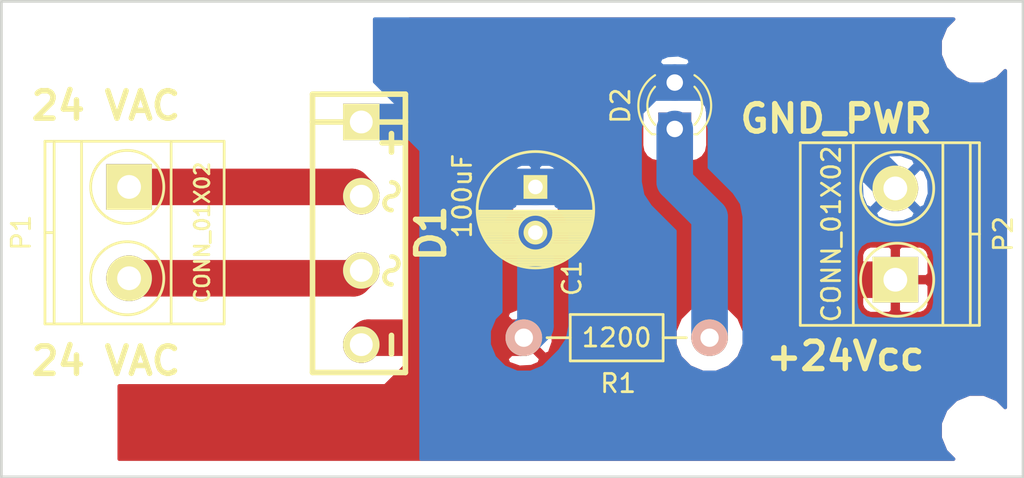
<source format=kicad_pcb>
(kicad_pcb (version 4) (host pcbnew 4.0.4-stable)

  (general
    (links 9)
    (no_connects 0)
    (area 109.522857 90.14 180.037143 120.145)
    (thickness 1.6)
    (drawings 8)
    (tracks 23)
    (zones 0)
    (modules 10)
    (nets 6)
  )

  (page A4)
  (layers
    (0 F.Cu signal hide)
    (31 B.Cu signal hide)
    (32 B.Adhes user)
    (33 F.Adhes user)
    (34 B.Paste user)
    (35 F.Paste user)
    (36 B.SilkS user)
    (37 F.SilkS user)
    (38 B.Mask user)
    (39 F.Mask user)
    (40 Dwgs.User user)
    (41 Cmts.User user)
    (42 Eco1.User user)
    (43 Eco2.User user)
    (44 Edge.Cuts user)
    (45 Margin user)
    (46 B.CrtYd user)
    (47 F.CrtYd user)
    (48 B.Fab user)
    (49 F.Fab user)
  )

  (setup
    (last_trace_width 2)
    (trace_clearance 0.5)
    (zone_clearance 0.8)
    (zone_45_only no)
    (trace_min 0.2)
    (segment_width 0.2)
    (edge_width 0.15)
    (via_size 1)
    (via_drill 0.6)
    (via_min_size 0.4)
    (via_min_drill 0.3)
    (uvia_size 0.3)
    (uvia_drill 0.1)
    (uvias_allowed no)
    (uvia_min_size 0.2)
    (uvia_min_drill 0.1)
    (pcb_text_width 0.3)
    (pcb_text_size 1.5 1.5)
    (mod_edge_width 0.15)
    (mod_text_size 1 1)
    (mod_text_width 0.15)
    (pad_size 1.524 1.524)
    (pad_drill 0.762)
    (pad_to_mask_clearance 0.2)
    (aux_axis_origin 0 0)
    (visible_elements 7FFFFFFF)
    (pcbplotparams
      (layerselection 0x3ffff_80000001)
      (usegerberextensions false)
      (excludeedgelayer true)
      (linewidth 0.100000)
      (plotframeref false)
      (viasonmask false)
      (mode 1)
      (useauxorigin false)
      (hpglpennumber 1)
      (hpglpenspeed 20)
      (hpglpendiameter 15)
      (hpglpenoverlay 2)
      (psnegative false)
      (psa4output false)
      (plotreference true)
      (plotvalue true)
      (plotinvisibletext false)
      (padsonsilk false)
      (subtractmaskfromsilk false)
      (outputformat 1)
      (mirror false)
      (drillshape 0)
      (scaleselection 1)
      (outputdirectory "C:/Users/Eduardo Hernandez/Documents/PCBs/Rectificador/Gerbers/"))
  )

  (net 0 "")
  (net 1 GNDPWR)
  (net 2 +24V)
  (net 3 "Net-(D1-Pad3)")
  (net 4 "Net-(D2-Pad1)")
  (net 5 "Net-(D1-Pad2)")

  (net_class Default "Este es el tipo de red por defecto."
    (clearance 0.5)
    (trace_width 2)
    (via_dia 1)
    (via_drill 0.6)
    (uvia_dia 0.3)
    (uvia_drill 0.1)
    (add_net +24V)
    (add_net GNDPWR)
    (add_net "Net-(D1-Pad2)")
    (add_net "Net-(D1-Pad3)")
    (add_net "Net-(D2-Pad1)")
  )

  (module Capacitors_ThroughHole:C_Radial_D6.3_L11.2_P2.5 (layer F.Cu) (tedit 57D85720) (tstamp 57D851EA)
    (at 146.05 102.235 270)
    (descr "Radial Electrolytic Capacitor, Diameter 6.3mm x Length 11.2mm, Pitch 2.5mm")
    (tags "Electrolytic Capacitor")
    (path /57D84760)
    (fp_text reference C1 (at 5 -2 270) (layer F.SilkS)
      (effects (font (size 1 1) (thickness 0.15)))
    )
    (fp_text value 100uF (at 0.5 4 270) (layer F.SilkS)
      (effects (font (size 1 1) (thickness 0.15)))
    )
    (fp_line (start 1.325 -3.149) (end 1.325 3.149) (layer F.SilkS) (width 0.15))
    (fp_line (start 1.465 -3.143) (end 1.465 3.143) (layer F.SilkS) (width 0.15))
    (fp_line (start 1.605 -3.13) (end 1.605 -0.446) (layer F.SilkS) (width 0.15))
    (fp_line (start 1.605 0.446) (end 1.605 3.13) (layer F.SilkS) (width 0.15))
    (fp_line (start 1.745 -3.111) (end 1.745 -0.656) (layer F.SilkS) (width 0.15))
    (fp_line (start 1.745 0.656) (end 1.745 3.111) (layer F.SilkS) (width 0.15))
    (fp_line (start 1.885 -3.085) (end 1.885 -0.789) (layer F.SilkS) (width 0.15))
    (fp_line (start 1.885 0.789) (end 1.885 3.085) (layer F.SilkS) (width 0.15))
    (fp_line (start 2.025 -3.053) (end 2.025 -0.88) (layer F.SilkS) (width 0.15))
    (fp_line (start 2.025 0.88) (end 2.025 3.053) (layer F.SilkS) (width 0.15))
    (fp_line (start 2.165 -3.014) (end 2.165 -0.942) (layer F.SilkS) (width 0.15))
    (fp_line (start 2.165 0.942) (end 2.165 3.014) (layer F.SilkS) (width 0.15))
    (fp_line (start 2.305 -2.968) (end 2.305 -0.981) (layer F.SilkS) (width 0.15))
    (fp_line (start 2.305 0.981) (end 2.305 2.968) (layer F.SilkS) (width 0.15))
    (fp_line (start 2.445 -2.915) (end 2.445 -0.998) (layer F.SilkS) (width 0.15))
    (fp_line (start 2.445 0.998) (end 2.445 2.915) (layer F.SilkS) (width 0.15))
    (fp_line (start 2.585 -2.853) (end 2.585 -0.996) (layer F.SilkS) (width 0.15))
    (fp_line (start 2.585 0.996) (end 2.585 2.853) (layer F.SilkS) (width 0.15))
    (fp_line (start 2.725 -2.783) (end 2.725 -0.974) (layer F.SilkS) (width 0.15))
    (fp_line (start 2.725 0.974) (end 2.725 2.783) (layer F.SilkS) (width 0.15))
    (fp_line (start 2.865 -2.704) (end 2.865 -0.931) (layer F.SilkS) (width 0.15))
    (fp_line (start 2.865 0.931) (end 2.865 2.704) (layer F.SilkS) (width 0.15))
    (fp_line (start 3.005 -2.616) (end 3.005 -0.863) (layer F.SilkS) (width 0.15))
    (fp_line (start 3.005 0.863) (end 3.005 2.616) (layer F.SilkS) (width 0.15))
    (fp_line (start 3.145 -2.516) (end 3.145 -0.764) (layer F.SilkS) (width 0.15))
    (fp_line (start 3.145 0.764) (end 3.145 2.516) (layer F.SilkS) (width 0.15))
    (fp_line (start 3.285 -2.404) (end 3.285 -0.619) (layer F.SilkS) (width 0.15))
    (fp_line (start 3.285 0.619) (end 3.285 2.404) (layer F.SilkS) (width 0.15))
    (fp_line (start 3.425 -2.279) (end 3.425 -0.38) (layer F.SilkS) (width 0.15))
    (fp_line (start 3.425 0.38) (end 3.425 2.279) (layer F.SilkS) (width 0.15))
    (fp_line (start 3.565 -2.136) (end 3.565 2.136) (layer F.SilkS) (width 0.15))
    (fp_line (start 3.705 -1.974) (end 3.705 1.974) (layer F.SilkS) (width 0.15))
    (fp_line (start 3.845 -1.786) (end 3.845 1.786) (layer F.SilkS) (width 0.15))
    (fp_line (start 3.985 -1.563) (end 3.985 1.563) (layer F.SilkS) (width 0.15))
    (fp_line (start 4.125 -1.287) (end 4.125 1.287) (layer F.SilkS) (width 0.15))
    (fp_line (start 4.265 -0.912) (end 4.265 0.912) (layer F.SilkS) (width 0.15))
    (fp_circle (center 2.5 0) (end 2.5 -1) (layer F.SilkS) (width 0.15))
    (fp_circle (center 1.25 0) (end 1.25 -3.1875) (layer F.SilkS) (width 0.15))
    (fp_circle (center 1.25 0) (end 1.25 -3.4) (layer F.CrtYd) (width 0.05))
    (pad 2 thru_hole circle (at 2.5 0 270) (size 1.3 1.3) (drill 0.8) (layers *.Cu *.Mask F.SilkS)
      (net 1 GNDPWR))
    (pad 1 thru_hole rect (at 0 0 270) (size 1.3 1.3) (drill 0.8) (layers *.Cu *.Mask F.SilkS)
      (net 2 +24V))
    (model Capacitors_ThroughHole.3dshapes/C_Radial_D6.3_L11.2_P2.5.wrl
      (at (xyz 0 0 0))
      (scale (xyz 1 1 1))
      (rotate (xyz 0 0 0))
    )
  )

  (module w_pth_diodes:bridge_2KBP (layer F.Cu) (tedit 57D85700) (tstamp 57D851F2)
    (at 136.525 104.775 270)
    (descr "diode bridge, 2KBP series")
    (path /57D84761)
    (fp_text reference D1 (at 0 -3.81 270) (layer F.SilkS)
      (effects (font (thickness 0.3048)))
    )
    (fp_text value KPB206 (at 0.5 2 270) (layer F.SilkS) hide
      (effects (font (size 0.6 0.6) (thickness 0.15)))
    )
    (fp_line (start 6.604 -1.651) (end 5.588 -1.651) (layer F.SilkS) (width 0.3048))
    (fp_line (start -4.445 -1.651) (end -5.461 -1.651) (layer F.SilkS) (width 0.3048))
    (fp_line (start -4.953 -2.159) (end -4.953 -1.143) (layer F.SilkS) (width 0.3048))
    (fp_line (start -6.096 -2.413) (end -6.096 2.667) (layer F.SilkS) (width 0.3048))
    (fp_line (start 7.62 2.667) (end -7.62 2.667) (layer F.SilkS) (width 0.3048))
    (fp_line (start -7.62 2.667) (end -7.62 -2.413) (layer F.SilkS) (width 0.3048))
    (fp_line (start -7.62 -2.413) (end 7.62 -2.413) (layer F.SilkS) (width 0.3048))
    (fp_line (start 7.62 -2.413) (end 7.62 2.667) (layer F.SilkS) (width 0.3048))
    (fp_arc (start -2.413 -1.651) (end -2.413 -2.032) (angle 90) (layer F.SilkS) (width 0.254))
    (fp_arc (start -2.413 -1.651) (end -2.794 -1.651) (angle 90) (layer F.SilkS) (width 0.254))
    (fp_arc (start -1.651 -1.651) (end -1.651 -1.27) (angle 90) (layer F.SilkS) (width 0.254))
    (fp_arc (start -1.651 -1.651) (end -1.27 -1.651) (angle 90) (layer F.SilkS) (width 0.254))
    (fp_arc (start 2.413 -1.651) (end 2.794 -1.651) (angle 90) (layer F.SilkS) (width 0.254))
    (fp_arc (start 2.413 -1.651) (end 2.413 -1.27) (angle 90) (layer F.SilkS) (width 0.254))
    (fp_arc (start 1.651 -1.651) (end 1.27 -1.651) (angle 90) (layer F.SilkS) (width 0.254))
    (fp_arc (start 1.651 -1.651) (end 1.651 -2.032) (angle 90) (layer F.SilkS) (width 0.254))
    (pad 1 thru_hole rect (at -6.096 0 270) (size 1.99898 1.99898) (drill 1.24968) (layers *.Cu *.Mask F.SilkS)
      (net 2 +24V))
    (pad 2 thru_hole circle (at -2.032 0 270) (size 1.99898 1.99898) (drill 1.24968) (layers *.Cu *.Mask F.SilkS)
      (net 5 "Net-(D1-Pad2)"))
    (pad 3 thru_hole circle (at 2.032 0 270) (size 1.99898 1.99898) (drill 1.24968) (layers *.Cu *.Mask F.SilkS)
      (net 3 "Net-(D1-Pad3)"))
    (pad 4 thru_hole circle (at 6.096 0 270) (size 1.99898 1.99898) (drill 1.24968) (layers *.Cu *.Mask F.SilkS)
      (net 1 GNDPWR))
    (model walter/pth_diodes/db_2KBP.wrl
      (at (xyz 0 0 0))
      (scale (xyz 1 1 1))
      (rotate (xyz 0 0 0))
    )
  )

  (module Terminal_Blocks:TerminalBlock_Pheonix_MKDS1.5-2pol (layer F.Cu) (tedit 57D8570E) (tstamp 57D851FE)
    (at 123.825 102.235 270)
    (descr "2-way 5mm pitch terminal block, Phoenix MKDS series")
    (path /57D8475F)
    (fp_text reference P1 (at 2.5 5.9 270) (layer F.SilkS)
      (effects (font (size 1 1) (thickness 0.15)))
    )
    (fp_text value CONN_01X02 (at 2.5 -4 270) (layer F.SilkS)
      (effects (font (size 0.8 0.8) (thickness 0.15)))
    )
    (fp_line (start -2.7 -5.4) (end 7.7 -5.4) (layer F.CrtYd) (width 0.05))
    (fp_line (start -2.7 4.8) (end -2.7 -5.4) (layer F.CrtYd) (width 0.05))
    (fp_line (start 7.7 4.8) (end -2.7 4.8) (layer F.CrtYd) (width 0.05))
    (fp_line (start 7.7 -5.4) (end 7.7 4.8) (layer F.CrtYd) (width 0.05))
    (fp_line (start 2.5 4.1) (end 2.5 4.6) (layer F.SilkS) (width 0.15))
    (fp_circle (center 5 0.1) (end 3 0.1) (layer F.SilkS) (width 0.15))
    (fp_circle (center 0 0.1) (end 2 0.1) (layer F.SilkS) (width 0.15))
    (fp_line (start -2.5 2.6) (end 7.5 2.6) (layer F.SilkS) (width 0.15))
    (fp_line (start -2.5 -2.3) (end 7.5 -2.3) (layer F.SilkS) (width 0.15))
    (fp_line (start -2.5 4.1) (end 7.5 4.1) (layer F.SilkS) (width 0.15))
    (fp_line (start -2.5 4.6) (end 7.5 4.6) (layer F.SilkS) (width 0.15))
    (fp_line (start 7.5 4.6) (end 7.5 -5.2) (layer F.SilkS) (width 0.15))
    (fp_line (start 7.5 -5.2) (end -2.5 -5.2) (layer F.SilkS) (width 0.15))
    (fp_line (start -2.5 -5.2) (end -2.5 4.6) (layer F.SilkS) (width 0.15))
    (pad 1 thru_hole rect (at 0 0 270) (size 2.5 2.5) (drill 1.3) (layers *.Cu *.Mask F.SilkS)
      (net 5 "Net-(D1-Pad2)"))
    (pad 2 thru_hole circle (at 5 0 270) (size 2.5 2.5) (drill 1.3) (layers *.Cu *.Mask F.SilkS)
      (net 3 "Net-(D1-Pad3)"))
    (model Terminal_Blocks.3dshapes/TerminalBlock_Pheonix_MKDS1.5-2pol.wrl
      (at (xyz 0.0984 0 0))
      (scale (xyz 1 1 1))
      (rotate (xyz 0 0 0))
    )
  )

  (module Terminal_Blocks:TerminalBlock_Pheonix_MKDS1.5-2pol (layer F.Cu) (tedit 57D8573D) (tstamp 57D85204)
    (at 165.735 107.315 90)
    (descr "2-way 5mm pitch terminal block, Phoenix MKDS series")
    (path /57D84759)
    (fp_text reference P2 (at 2.5 5.9 90) (layer F.SilkS)
      (effects (font (size 1 1) (thickness 0.15)))
    )
    (fp_text value CONN_01X02 (at 2.5 -3.5 90) (layer F.SilkS)
      (effects (font (size 1 1) (thickness 0.15)))
    )
    (fp_line (start -2.7 -5.4) (end 7.7 -5.4) (layer F.CrtYd) (width 0.05))
    (fp_line (start -2.7 4.8) (end -2.7 -5.4) (layer F.CrtYd) (width 0.05))
    (fp_line (start 7.7 4.8) (end -2.7 4.8) (layer F.CrtYd) (width 0.05))
    (fp_line (start 7.7 -5.4) (end 7.7 4.8) (layer F.CrtYd) (width 0.05))
    (fp_line (start 2.5 4.1) (end 2.5 4.6) (layer F.SilkS) (width 0.15))
    (fp_circle (center 5 0.1) (end 3 0.1) (layer F.SilkS) (width 0.15))
    (fp_circle (center 0 0.1) (end 2 0.1) (layer F.SilkS) (width 0.15))
    (fp_line (start -2.5 2.6) (end 7.5 2.6) (layer F.SilkS) (width 0.15))
    (fp_line (start -2.5 -2.3) (end 7.5 -2.3) (layer F.SilkS) (width 0.15))
    (fp_line (start -2.5 4.1) (end 7.5 4.1) (layer F.SilkS) (width 0.15))
    (fp_line (start -2.5 4.6) (end 7.5 4.6) (layer F.SilkS) (width 0.15))
    (fp_line (start 7.5 4.6) (end 7.5 -5.2) (layer F.SilkS) (width 0.15))
    (fp_line (start 7.5 -5.2) (end -2.5 -5.2) (layer F.SilkS) (width 0.15))
    (fp_line (start -2.5 -5.2) (end -2.5 4.6) (layer F.SilkS) (width 0.15))
    (pad 1 thru_hole rect (at 0 0 90) (size 2.5 2.5) (drill 1.3) (layers *.Cu *.Mask F.SilkS)
      (net 1 GNDPWR))
    (pad 2 thru_hole circle (at 5 0 90) (size 2.5 2.5) (drill 1.3) (layers *.Cu *.Mask F.SilkS)
      (net 2 +24V))
    (model Terminal_Blocks.3dshapes/TerminalBlock_Pheonix_MKDS1.5-2pol.wrl
      (at (xyz 0.0984 0 0))
      (scale (xyz 1 1 1))
      (rotate (xyz 0 0 0))
    )
  )

  (module Resistors_ThroughHole:Resistor_Horizontal_RM10mm (layer F.Cu) (tedit 57D85717) (tstamp 57D8520A)
    (at 155.575 110.49 180)
    (descr "Resistor, Axial,  RM 10mm, 1/3W")
    (tags "Resistor Axial RM 10mm 1/3W")
    (path /57D85DD4)
    (fp_text reference R1 (at 5 -2.5 180) (layer F.SilkS)
      (effects (font (size 1 1) (thickness 0.15)))
    )
    (fp_text value 1200 (at 5.08 0 180) (layer F.SilkS)
      (effects (font (size 1 1) (thickness 0.15)))
    )
    (fp_line (start -1.25 -1.5) (end 11.4 -1.5) (layer F.CrtYd) (width 0.05))
    (fp_line (start -1.25 1.5) (end -1.25 -1.5) (layer F.CrtYd) (width 0.05))
    (fp_line (start 11.4 -1.5) (end 11.4 1.5) (layer F.CrtYd) (width 0.05))
    (fp_line (start -1.25 1.5) (end 11.4 1.5) (layer F.CrtYd) (width 0.05))
    (fp_line (start 2.54 -1.27) (end 7.62 -1.27) (layer F.SilkS) (width 0.15))
    (fp_line (start 7.62 -1.27) (end 7.62 1.27) (layer F.SilkS) (width 0.15))
    (fp_line (start 7.62 1.27) (end 2.54 1.27) (layer F.SilkS) (width 0.15))
    (fp_line (start 2.54 1.27) (end 2.54 -1.27) (layer F.SilkS) (width 0.15))
    (fp_line (start 2.54 0) (end 1.27 0) (layer F.SilkS) (width 0.15))
    (fp_line (start 7.62 0) (end 8.89 0) (layer F.SilkS) (width 0.15))
    (pad 1 thru_hole circle (at 0 0 180) (size 1.99898 1.99898) (drill 1.00076) (layers *.Cu *.SilkS *.Mask)
      (net 4 "Net-(D2-Pad1)"))
    (pad 2 thru_hole circle (at 10.16 0 180) (size 1.99898 1.99898) (drill 1.00076) (layers *.Cu *.SilkS *.Mask)
      (net 1 GNDPWR))
    (model Resistors_ThroughHole.3dshapes/Resistor_Horizontal_RM10mm.wrl
      (at (xyz 0.2 0 0))
      (scale (xyz 0.4 0.4 0.4))
      (rotate (xyz 0 0 0))
    )
  )

  (module LEDs:LED_D3.0mm (layer F.Cu) (tedit 587A3A7B) (tstamp 58A5EDD0)
    (at 153.67 99.06 90)
    (descr "LED, diameter 3.0mm, 2 pins")
    (tags "LED diameter 3.0mm 2 pins")
    (path /57D85EFB)
    (fp_text reference D2 (at 1.27 -2.96 90) (layer F.SilkS)
      (effects (font (size 1 1) (thickness 0.15)))
    )
    (fp_text value LED (at 1.27 2.96 90) (layer F.Fab)
      (effects (font (size 1 1) (thickness 0.15)))
    )
    (fp_arc (start 1.27 0) (end -0.23 -1.16619) (angle 284.3) (layer F.Fab) (width 0.1))
    (fp_arc (start 1.27 0) (end -0.29 -1.235516) (angle 108.8) (layer F.SilkS) (width 0.12))
    (fp_arc (start 1.27 0) (end -0.29 1.235516) (angle -108.8) (layer F.SilkS) (width 0.12))
    (fp_arc (start 1.27 0) (end 0.229039 -1.08) (angle 87.9) (layer F.SilkS) (width 0.12))
    (fp_arc (start 1.27 0) (end 0.229039 1.08) (angle -87.9) (layer F.SilkS) (width 0.12))
    (fp_circle (center 1.27 0) (end 2.77 0) (layer F.Fab) (width 0.1))
    (fp_line (start -0.23 -1.16619) (end -0.23 1.16619) (layer F.Fab) (width 0.1))
    (fp_line (start -0.29 -1.236) (end -0.29 -1.08) (layer F.SilkS) (width 0.12))
    (fp_line (start -0.29 1.08) (end -0.29 1.236) (layer F.SilkS) (width 0.12))
    (fp_line (start -1.15 -2.25) (end -1.15 2.25) (layer F.CrtYd) (width 0.05))
    (fp_line (start -1.15 2.25) (end 3.7 2.25) (layer F.CrtYd) (width 0.05))
    (fp_line (start 3.7 2.25) (end 3.7 -2.25) (layer F.CrtYd) (width 0.05))
    (fp_line (start 3.7 -2.25) (end -1.15 -2.25) (layer F.CrtYd) (width 0.05))
    (pad 1 thru_hole rect (at 0 0 90) (size 1.8 1.8) (drill 0.9) (layers *.Cu *.Mask)
      (net 4 "Net-(D2-Pad1)"))
    (pad 2 thru_hole circle (at 2.54 0 90) (size 1.8 1.8) (drill 0.9) (layers *.Cu *.Mask)
      (net 2 +24V))
    (model LEDs.3dshapes/LED_D3.0mm.wrl
      (at (xyz 0 0 0))
      (scale (xyz 0.393701 0.393701 0.393701))
      (rotate (xyz 0 0 0))
    )
  )

  (module Mounting_Holes:MountingHole_2.2mm_M2 (layer F.Cu) (tedit 58A5F5B1) (tstamp 58A78831)
    (at 119.38 94.615)
    (descr "Mounting Hole 2.2mm, no annular, M2")
    (tags "mounting hole 2.2mm no annular m2")
    (fp_text reference "" (at 0 -3.2) (layer F.SilkS)
      (effects (font (size 1 1) (thickness 0.15)))
    )
    (fp_text value "" (at 0 3.2) (layer F.Fab)
      (effects (font (size 1 1) (thickness 0.15)))
    )
    (fp_circle (center 0 0) (end 2.2 0) (layer Cmts.User) (width 0.15))
    (fp_circle (center 0 0) (end 2.45 0) (layer F.CrtYd) (width 0.05))
    (pad 1 np_thru_hole circle (at 0 0) (size 2.2 2.2) (drill 2.2) (layers *.Cu *.Mask))
  )

  (module Mounting_Holes:MountingHole_2.2mm_M2 (layer F.Cu) (tedit 58A5F5B5) (tstamp 58A78838)
    (at 119.38 115.57)
    (descr "Mounting Hole 2.2mm, no annular, M2")
    (tags "mounting hole 2.2mm no annular m2")
    (fp_text reference "" (at 0 -3.2) (layer F.SilkS)
      (effects (font (size 1 1) (thickness 0.15)))
    )
    (fp_text value "" (at 0 3.2) (layer F.Fab)
      (effects (font (size 1 1) (thickness 0.15)))
    )
    (fp_circle (center 0 0) (end 2.2 0) (layer Cmts.User) (width 0.15))
    (fp_circle (center 0 0) (end 2.45 0) (layer F.CrtYd) (width 0.05))
    (pad 1 np_thru_hole circle (at 0 0) (size 2.2 2.2) (drill 2.2) (layers *.Cu *.Mask))
  )

  (module Mounting_Holes:MountingHole_2.2mm_M2 (layer F.Cu) (tedit 58A5F5A6) (tstamp 58A7883F)
    (at 170.18 94.615)
    (descr "Mounting Hole 2.2mm, no annular, M2")
    (tags "mounting hole 2.2mm no annular m2")
    (fp_text reference "" (at 0 -3.2) (layer F.SilkS)
      (effects (font (size 1 1) (thickness 0.15)))
    )
    (fp_text value "" (at 0 3.2) (layer F.Fab)
      (effects (font (size 1 1) (thickness 0.15)))
    )
    (fp_circle (center 0 0) (end 2.2 0) (layer Cmts.User) (width 0.15))
    (fp_circle (center 0 0) (end 2.45 0) (layer F.CrtYd) (width 0.05))
    (pad 1 np_thru_hole circle (at 0 0) (size 2.2 2.2) (drill 2.2) (layers *.Cu *.Mask))
  )

  (module Mounting_Holes:MountingHole_2.2mm_M2 (layer F.Cu) (tedit 58A5F5AC) (tstamp 58A78846)
    (at 170.18 115.57)
    (descr "Mounting Hole 2.2mm, no annular, M2")
    (tags "mounting hole 2.2mm no annular m2")
    (fp_text reference "" (at 0 -3.2) (layer F.SilkS)
      (effects (font (size 1 1) (thickness 0.15)))
    )
    (fp_text value "" (at 0 3.2) (layer F.Fab)
      (effects (font (size 1 1) (thickness 0.15)))
    )
    (fp_circle (center 0 0) (end 2.2 0) (layer Cmts.User) (width 0.15))
    (fp_circle (center 0 0) (end 2.45 0) (layer F.CrtYd) (width 0.05))
    (pad 1 np_thru_hole circle (at 0 0) (size 2.2 2.2) (drill 2.2) (layers *.Cu *.Mask))
  )

  (gr_line (start 116.84 92.075) (end 116.84 118.11) (angle 90) (layer Edge.Cuts) (width 0.15))
  (gr_line (start 172.72 92.075) (end 116.84 92.075) (angle 90) (layer Edge.Cuts) (width 0.15))
  (gr_line (start 172.72 118.11) (end 172.72 92.075) (angle 90) (layer Edge.Cuts) (width 0.15))
  (gr_line (start 116.84 118.11) (end 172.72 118.11) (angle 90) (layer Edge.Cuts) (width 0.15))
  (gr_text GND_PWR (at 162.5 98.5) (layer F.SilkS)
    (effects (font (size 1.5 1.5) (thickness 0.3)))
  )
  (gr_text +24Vcc (at 163 111.5) (layer F.SilkS)
    (effects (font (size 1.5 1.5) (thickness 0.3)))
  )
  (gr_text "24 VAC" (at 122.555 111.76) (layer F.SilkS)
    (effects (font (size 1.5 1.5) (thickness 0.3)))
  )
  (gr_text "24 VAC" (at 122.555 97.79) (layer F.SilkS)
    (effects (font (size 1.5 1.5) (thickness 0.3)))
  )

  (segment (start 136.906 110.49) (end 136.525 110.871) (width 2) (layer F.Cu) (net 1))
  (segment (start 145.415 110.49) (end 136.906 110.49) (width 2) (layer F.Cu) (net 1))
  (segment (start 159.905 104.735) (end 146.05 104.735) (width 2) (layer F.Cu) (net 1))
  (segment (start 162.485 107.315) (end 159.905 104.735) (width 2) (layer F.Cu) (net 1))
  (segment (start 165.735 107.315) (end 162.485 107.315) (width 2) (layer F.Cu) (net 1))
  (segment (start 145.415 110.49) (end 146.05 109.855) (width 2) (layer B.Cu) (net 1))
  (segment (start 146.05 104.735) (end 146.05 109.855) (width 1.9988) (layer B.Cu) (net 1))
  (segment (start 148.7 100.0613) (end 148.7 102.235) (width 2) (layer B.Cu) (net 2))
  (segment (start 152.2413 96.52) (end 148.7 100.0613) (width 2) (layer B.Cu) (net 2))
  (segment (start 153.67 96.52) (end 152.2413 96.52) (width 2) (layer B.Cu) (net 2))
  (segment (start 146.05 102.235) (end 148.7 102.235) (width 2) (layer B.Cu) (net 2))
  (segment (start 159.94 96.52) (end 153.67 96.52) (width 2) (layer B.Cu) (net 2))
  (segment (start 165.735 102.315) (end 159.94 96.52) (width 2) (layer B.Cu) (net 2))
  (segment (start 143.0805 102.235) (end 146.05 102.235) (width 2) (layer B.Cu) (net 2))
  (segment (start 139.5245 98.679) (end 143.0805 102.235) (width 2) (layer B.Cu) (net 2))
  (segment (start 136.525 98.679) (end 139.5245 98.679) (width 2) (layer B.Cu) (net 2))
  (segment (start 136.097 107.235) (end 136.525 106.807) (width 2) (layer F.Cu) (net 3))
  (segment (start 123.825 107.235) (end 136.097 107.235) (width 2) (layer F.Cu) (net 3))
  (segment (start 155.575 103.865) (end 155.575 110.49) (width 2) (layer B.Cu) (net 4))
  (segment (start 153.67 101.96) (end 155.575 103.865) (width 2) (layer B.Cu) (net 4))
  (segment (start 153.67 99.06) (end 153.67 101.96) (width 2) (layer B.Cu) (net 4))
  (segment (start 136.017 102.235) (end 136.525 102.743) (width 2) (layer F.Cu) (net 5))
  (segment (start 123.825 102.235) (end 136.017 102.235) (width 2) (layer F.Cu) (net 5))

  (zone (net 2) (net_name +24V) (layer B.Cu) (tstamp 58A7884D) (hatch edge 0.508)
    (connect_pads (clearance 0.8))
    (min_thickness 0.2)
    (fill yes (arc_segments 16) (thermal_gap 0.508) (thermal_bridge_width 0.508))
    (polygon
      (pts
        (xy 172.085 117.475) (xy 139.7 117.475) (xy 139.7 99.06) (xy 137.16 96.52) (xy 137.16 92.71)
        (xy 172.085 92.71)
      )
    )
    (filled_polygon
      (pts
        (xy 168.485471 93.480612) (xy 168.180348 94.21543) (xy 168.179654 95.011079) (xy 168.483494 95.746429) (xy 169.045612 96.309529)
        (xy 169.78043 96.614652) (xy 170.576079 96.615346) (xy 171.311429 96.311506) (xy 171.745 95.878691) (xy 171.745 114.306835)
        (xy 171.314388 113.875471) (xy 170.57957 113.570348) (xy 169.783921 113.569654) (xy 169.048571 113.873494) (xy 168.485471 114.435612)
        (xy 168.180348 115.17043) (xy 168.179654 115.966079) (xy 168.483494 116.701429) (xy 168.916309 117.135) (xy 139.8 117.135)
        (xy 139.8 110.49) (xy 143.515 110.49) (xy 143.515507 110.49255) (xy 143.515181 110.866174) (xy 143.659118 111.214527)
        (xy 143.659629 111.217098) (xy 143.661073 111.219258) (xy 143.803752 111.564569) (xy 144.070039 111.831321) (xy 144.071497 111.833503)
        (xy 144.07366 111.834948) (xy 144.337621 112.09937) (xy 144.685721 112.243913) (xy 144.687902 112.245371) (xy 144.690453 112.245878)
        (xy 145.035511 112.389159) (xy 145.412427 112.389488) (xy 145.415 112.39) (xy 145.41755 112.389493) (xy 145.791174 112.389819)
        (xy 146.139527 112.245882) (xy 146.142098 112.245371) (xy 146.144258 112.243927) (xy 146.489569 112.101248) (xy 146.756321 111.834961)
        (xy 146.758503 111.833503) (xy 147.393503 111.198503) (xy 147.805372 110.582098) (xy 147.95 109.855) (xy 147.9494 109.851984)
        (xy 147.9494 104.735) (xy 147.804817 104.008131) (xy 147.393079 103.391921) (xy 147.189169 103.255673) (xy 147.215437 103.229405)
        (xy 147.308 103.005939) (xy 147.308 102.541) (xy 147.156 102.389) (xy 146.204 102.389) (xy 146.204 102.409)
        (xy 145.896 102.409) (xy 145.896 102.389) (xy 144.944 102.389) (xy 144.792 102.541) (xy 144.792 103.005939)
        (xy 144.884563 103.229405) (xy 144.910831 103.255673) (xy 144.706921 103.391921) (xy 144.295183 104.008131) (xy 144.1506 104.735)
        (xy 144.1506 109.067394) (xy 144.071497 109.146497) (xy 144.070052 109.14866) (xy 143.80563 109.412621) (xy 143.661087 109.760721)
        (xy 143.659629 109.762902) (xy 143.659122 109.765453) (xy 143.515841 110.110511) (xy 143.515512 110.487427) (xy 143.515 110.49)
        (xy 139.8 110.49) (xy 139.8 101.464061) (xy 144.792 101.464061) (xy 144.792 101.929) (xy 144.944 102.081)
        (xy 145.896 102.081) (xy 145.896 101.129) (xy 146.204 101.129) (xy 146.204 102.081) (xy 147.156 102.081)
        (xy 147.308 101.929) (xy 147.308 101.464061) (xy 147.215437 101.240595) (xy 147.044404 101.069562) (xy 146.820938 100.977)
        (xy 146.356 100.977) (xy 146.204 101.129) (xy 145.896 101.129) (xy 145.744 100.977) (xy 145.279062 100.977)
        (xy 145.055596 101.069562) (xy 144.884563 101.240595) (xy 144.792 101.464061) (xy 139.8 101.464061) (xy 139.8 99.06)
        (xy 151.77 99.06) (xy 151.77 101.96) (xy 151.914629 102.687099) (xy 152.215845 103.137901) (xy 152.326497 103.303503)
        (xy 153.675 104.652006) (xy 153.675 110.49) (xy 153.675507 110.49255) (xy 153.675181 110.866174) (xy 153.819117 111.214526)
        (xy 153.819629 111.217099) (xy 153.821074 111.219261) (xy 153.963752 111.564569) (xy 154.230039 111.831321) (xy 154.231497 111.833503)
        (xy 154.23366 111.834948) (xy 154.497621 112.09937) (xy 154.845718 112.243912) (xy 154.847901 112.245371) (xy 154.850453 112.245879)
        (xy 155.195511 112.389159) (xy 155.572427 112.389488) (xy 155.575 112.39) (xy 155.57755 112.389493) (xy 155.951174 112.389819)
        (xy 156.299526 112.245883) (xy 156.302099 112.245371) (xy 156.304261 112.243926) (xy 156.649569 112.101248) (xy 156.916321 111.834961)
        (xy 156.918503 111.833503) (xy 156.919948 111.83134) (xy 157.18437 111.567379) (xy 157.328912 111.219282) (xy 157.330371 111.217099)
        (xy 157.330879 111.214547) (xy 157.474159 110.869489) (xy 157.474488 110.492573) (xy 157.475 110.49) (xy 157.475 106.065)
        (xy 163.567368 106.065) (xy 163.567368 108.565) (xy 163.630124 108.89852) (xy 163.827234 109.204838) (xy 164.12799 109.410336)
        (xy 164.485 109.482632) (xy 166.985 109.482632) (xy 167.31852 109.419876) (xy 167.624838 109.222766) (xy 167.830336 108.92201)
        (xy 167.902632 108.565) (xy 167.902632 106.065) (xy 167.839876 105.73148) (xy 167.642766 105.425162) (xy 167.34201 105.219664)
        (xy 166.985 105.147368) (xy 164.485 105.147368) (xy 164.15148 105.210124) (xy 163.845162 105.407234) (xy 163.639664 105.70799)
        (xy 163.567368 106.065) (xy 157.475 106.065) (xy 157.475 103.865) (xy 157.43246 103.651136) (xy 164.616653 103.651136)
        (xy 164.749774 103.933048) (xy 165.44397 104.186911) (xy 166.182473 104.155793) (xy 166.720226 103.933048) (xy 166.853347 103.651136)
        (xy 165.735 102.532789) (xy 164.616653 103.651136) (xy 157.43246 103.651136) (xy 157.330371 103.137901) (xy 156.918503 102.521497)
        (xy 156.420976 102.02397) (xy 163.863089 102.02397) (xy 163.894207 102.762473) (xy 164.116952 103.300226) (xy 164.398864 103.433347)
        (xy 165.517211 102.315) (xy 165.952789 102.315) (xy 167.071136 103.433347) (xy 167.353048 103.300226) (xy 167.606911 102.60603)
        (xy 167.575793 101.867527) (xy 167.353048 101.329774) (xy 167.071136 101.196653) (xy 165.952789 102.315) (xy 165.517211 102.315)
        (xy 164.398864 101.196653) (xy 164.116952 101.329774) (xy 163.863089 102.02397) (xy 156.420976 102.02397) (xy 155.57 101.172994)
        (xy 155.57 100.978864) (xy 164.616653 100.978864) (xy 165.735 102.097211) (xy 166.853347 100.978864) (xy 166.720226 100.696952)
        (xy 166.02603 100.443089) (xy 165.287527 100.474207) (xy 164.749774 100.696952) (xy 164.616653 100.978864) (xy 155.57 100.978864)
        (xy 155.57 99.06) (xy 155.487632 98.645908) (xy 155.487632 98.16) (xy 155.424876 97.82648) (xy 155.227766 97.520162)
        (xy 154.932783 97.318609) (xy 154.998162 97.294612) (xy 155.193493 96.727382) (xy 155.156886 96.12858) (xy 154.998162 95.745388)
        (xy 154.752551 95.655238) (xy 153.887789 96.52) (xy 153.901931 96.534142) (xy 153.684142 96.751931) (xy 153.67 96.737789)
        (xy 153.655858 96.751931) (xy 153.438069 96.534142) (xy 153.452211 96.52) (xy 152.587449 95.655238) (xy 152.341838 95.745388)
        (xy 152.146507 96.312618) (xy 152.183114 96.91142) (xy 152.341838 97.294612) (xy 152.412507 97.32055) (xy 152.130162 97.502234)
        (xy 151.924664 97.80299) (xy 151.852368 98.16) (xy 151.852368 98.645908) (xy 151.77 99.06) (xy 139.8 99.06)
        (xy 139.792121 99.021094) (xy 139.770711 98.989289) (xy 137.26 96.478578) (xy 137.26 95.437449) (xy 152.805238 95.437449)
        (xy 153.67 96.302211) (xy 154.534762 95.437449) (xy 154.444612 95.191838) (xy 153.877382 94.996507) (xy 153.27858 95.033114)
        (xy 152.895388 95.191838) (xy 152.805238 95.437449) (xy 137.26 95.437449) (xy 137.26 93.05) (xy 168.916835 93.05)
      )
    )
  )
  (zone (net 1) (net_name GNDPWR) (layer F.Cu) (tstamp 58A7884F) (hatch edge 0.508)
    (connect_pads (clearance 0.8))
    (min_thickness 0.2)
    (fill yes (arc_segments 16) (thermal_gap 0.508) (thermal_bridge_width 0.508))
    (polygon
      (pts
        (xy 172.085 117.475) (xy 123.19 117.475) (xy 123.19 113.03) (xy 137.795 113.03) (xy 139.065 111.76)
        (xy 139.065 92.71) (xy 172.085 92.71)
      )
    )
    (filled_polygon
      (pts
        (xy 168.485471 93.480612) (xy 168.180348 94.21543) (xy 168.179654 95.011079) (xy 168.483494 95.746429) (xy 169.045612 96.309529)
        (xy 169.78043 96.614652) (xy 170.576079 96.615346) (xy 171.311429 96.311506) (xy 171.745 95.878691) (xy 171.745 114.306835)
        (xy 171.314388 113.875471) (xy 170.57957 113.570348) (xy 169.783921 113.569654) (xy 169.048571 113.873494) (xy 168.485471 114.435612)
        (xy 168.180348 115.17043) (xy 168.179654 115.966079) (xy 168.483494 116.701429) (xy 168.916309 117.135) (xy 123.29 117.135)
        (xy 123.29 113.13) (xy 137.795 113.13) (xy 137.833906 113.122121) (xy 137.865711 113.100711) (xy 139.135711 111.830711)
        (xy 139.15765 111.797629) (xy 139.165 111.76) (xy 139.165 111.644696) (xy 144.478093 111.644696) (xy 144.58048 111.900618)
        (xy 145.183824 112.112598) (xy 145.822363 112.077552) (xy 146.24952 111.900618) (xy 146.351907 111.644696) (xy 145.415 110.707789)
        (xy 144.478093 111.644696) (xy 139.165 111.644696) (xy 139.165 110.258824) (xy 143.792402 110.258824) (xy 143.827448 110.897363)
        (xy 144.004382 111.32452) (xy 144.260304 111.426907) (xy 145.197211 110.49) (xy 145.632789 110.49) (xy 146.569696 111.426907)
        (xy 146.825618 111.32452) (xy 146.986654 110.866174) (xy 153.675181 110.866174) (xy 153.963752 111.564569) (xy 154.497621 112.09937)
        (xy 155.195511 112.389159) (xy 155.951174 112.389819) (xy 156.649569 112.101248) (xy 157.18437 111.567379) (xy 157.474159 110.869489)
        (xy 157.474819 110.113826) (xy 157.186248 109.415431) (xy 156.652379 108.88063) (xy 155.954489 108.590841) (xy 155.198826 108.590181)
        (xy 154.500431 108.878752) (xy 153.96563 109.412621) (xy 153.675841 110.110511) (xy 153.675181 110.866174) (xy 146.986654 110.866174)
        (xy 147.037598 110.721176) (xy 147.002552 110.082637) (xy 146.825618 109.65548) (xy 146.569696 109.553093) (xy 145.632789 110.49)
        (xy 145.197211 110.49) (xy 144.260304 109.553093) (xy 144.004382 109.65548) (xy 143.792402 110.258824) (xy 139.165 110.258824)
        (xy 139.165 109.335304) (xy 144.478093 109.335304) (xy 145.415 110.272211) (xy 146.351907 109.335304) (xy 146.24952 109.079382)
        (xy 145.646176 108.867402) (xy 145.007637 108.902448) (xy 144.58048 109.079382) (xy 144.478093 109.335304) (xy 139.165 109.335304)
        (xy 139.165 107.621) (xy 163.877 107.621) (xy 163.877 108.685939) (xy 163.969563 108.909405) (xy 164.140596 109.080438)
        (xy 164.364062 109.173) (xy 165.429 109.173) (xy 165.581 109.021) (xy 165.581 107.469) (xy 165.889 107.469)
        (xy 165.889 109.021) (xy 166.041 109.173) (xy 167.105938 109.173) (xy 167.329404 109.080438) (xy 167.500437 108.909405)
        (xy 167.593 108.685939) (xy 167.593 107.621) (xy 167.441 107.469) (xy 165.889 107.469) (xy 165.581 107.469)
        (xy 164.029 107.469) (xy 163.877 107.621) (xy 139.165 107.621) (xy 139.165 105.635931) (xy 145.366858 105.635931)
        (xy 145.426122 105.855694) (xy 145.902483 106.009134) (xy 146.401302 105.968599) (xy 146.460541 105.944061) (xy 163.877 105.944061)
        (xy 163.877 107.009) (xy 164.029 107.161) (xy 165.581 107.161) (xy 165.581 105.609) (xy 165.889 105.609)
        (xy 165.889 107.161) (xy 167.441 107.161) (xy 167.593 107.009) (xy 167.593 105.944061) (xy 167.500437 105.720595)
        (xy 167.329404 105.549562) (xy 167.105938 105.457) (xy 166.041 105.457) (xy 165.889 105.609) (xy 165.581 105.609)
        (xy 165.429 105.457) (xy 164.364062 105.457) (xy 164.140596 105.549562) (xy 163.969563 105.720595) (xy 163.877 105.944061)
        (xy 146.460541 105.944061) (xy 146.673878 105.855694) (xy 146.733142 105.635931) (xy 146.05 104.952789) (xy 145.366858 105.635931)
        (xy 139.165 105.635931) (xy 139.165 104.587483) (xy 144.775866 104.587483) (xy 144.816401 105.086302) (xy 144.929306 105.358878)
        (xy 145.149069 105.418142) (xy 145.832211 104.735) (xy 146.267789 104.735) (xy 146.950931 105.418142) (xy 147.170694 105.358878)
        (xy 147.324134 104.882517) (xy 147.283599 104.383698) (xy 147.170694 104.111122) (xy 146.950931 104.051858) (xy 146.267789 104.735)
        (xy 145.832211 104.735) (xy 145.149069 104.051858) (xy 144.929306 104.111122) (xy 144.775866 104.587483) (xy 139.165 104.587483)
        (xy 139.165 101.585) (xy 144.482368 101.585) (xy 144.482368 102.885) (xy 144.545124 103.21852) (xy 144.742234 103.524838)
        (xy 145.04299 103.730336) (xy 145.376613 103.797896) (xy 145.366858 103.834069) (xy 146.05 104.517211) (xy 146.733142 103.834069)
        (xy 146.723473 103.798215) (xy 147.03352 103.739876) (xy 147.339838 103.542766) (xy 147.545336 103.24201) (xy 147.617632 102.885)
        (xy 147.617632 102.740785) (xy 163.584628 102.740785) (xy 163.911256 103.531286) (xy 164.515533 104.136619) (xy 165.305462 104.464626)
        (xy 166.160785 104.465372) (xy 166.951286 104.138744) (xy 167.556619 103.534467) (xy 167.884626 102.744538) (xy 167.885372 101.889215)
        (xy 167.558744 101.098714) (xy 166.954467 100.493381) (xy 166.164538 100.165374) (xy 165.309215 100.164628) (xy 164.518714 100.491256)
        (xy 163.913381 101.095533) (xy 163.585374 101.885462) (xy 163.584628 102.740785) (xy 147.617632 102.740785) (xy 147.617632 101.585)
        (xy 147.554876 101.25148) (xy 147.357766 100.945162) (xy 147.05701 100.739664) (xy 146.7 100.667368) (xy 145.4 100.667368)
        (xy 145.06648 100.730124) (xy 144.760162 100.927234) (xy 144.554664 101.22799) (xy 144.482368 101.585) (xy 139.165 101.585)
        (xy 139.165 98.16) (xy 151.852368 98.16) (xy 151.852368 99.96) (xy 151.915124 100.29352) (xy 152.112234 100.599838)
        (xy 152.41299 100.805336) (xy 152.77 100.877632) (xy 154.57 100.877632) (xy 154.90352 100.814876) (xy 155.209838 100.617766)
        (xy 155.415336 100.31701) (xy 155.487632 99.96) (xy 155.487632 98.16) (xy 155.424876 97.82648) (xy 155.227766 97.520162)
        (xy 155.209025 97.507357) (xy 155.469687 96.879613) (xy 155.470312 96.163529) (xy 155.196855 95.501714) (xy 154.690949 94.994924)
        (xy 154.029613 94.720313) (xy 153.313529 94.719688) (xy 152.651714 94.993145) (xy 152.144924 95.499051) (xy 151.870313 96.160387)
        (xy 151.869688 96.876471) (xy 152.12897 97.503979) (xy 151.924664 97.80299) (xy 151.852368 98.16) (xy 139.165 98.16)
        (xy 139.165 93.05) (xy 168.916835 93.05)
      )
    )
  )
)

</source>
